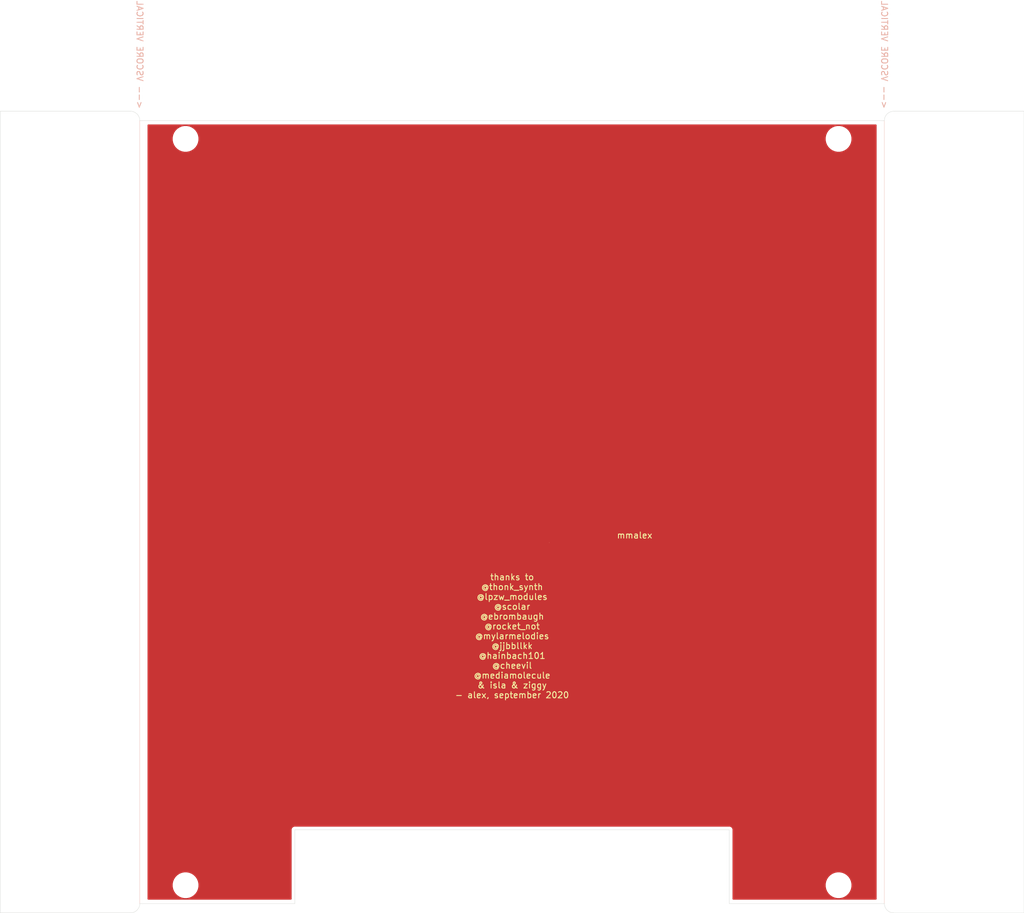
<source format=kicad_pcb>
(kicad_pcb (version 20171130) (host pcbnew "(5.1.6)-1")

  (general
    (thickness 1.6)
    (drawings 22)
    (tracks 0)
    (zones 0)
    (modules 14)
    (nets 1)
  )

  (page A4)
  (layers
    (0 F.Cu signal)
    (31 B.Cu signal)
    (32 B.Adhes user)
    (33 F.Adhes user)
    (34 B.Paste user)
    (35 F.Paste user)
    (36 B.SilkS user)
    (37 F.SilkS user)
    (38 B.Mask user)
    (39 F.Mask user)
    (40 Dwgs.User user)
    (41 Cmts.User user)
    (42 Eco1.User user)
    (43 Eco2.User user)
    (44 Edge.Cuts user)
    (45 Margin user)
    (46 B.CrtYd user)
    (47 F.CrtYd user)
    (48 B.Fab user hide)
    (49 F.Fab user hide)
  )

  (setup
    (last_trace_width 0.1524)
    (trace_clearance 0.1524)
    (zone_clearance 0.508)
    (zone_45_only no)
    (trace_min 0.1524)
    (via_size 0.8)
    (via_drill 0.4)
    (via_min_size 0.4)
    (via_min_drill 0.3)
    (uvia_size 0.3)
    (uvia_drill 0.1)
    (uvias_allowed no)
    (uvia_min_size 0.2)
    (uvia_min_drill 0.1)
    (edge_width 0.05)
    (segment_width 0.2)
    (pcb_text_width 0.3)
    (pcb_text_size 1.5 1.5)
    (mod_edge_width 0.2032)
    (mod_text_size 1 1)
    (mod_text_width 0.15)
    (pad_size 1.8 1.8)
    (pad_drill 1.8)
    (pad_to_mask_clearance 0.051)
    (solder_mask_min_width 0.25)
    (aux_axis_origin 0 0)
    (visible_elements 7FFFFFFF)
    (pcbplotparams
      (layerselection 0x010fc_ffffffff)
      (usegerberextensions false)
      (usegerberattributes false)
      (usegerberadvancedattributes false)
      (creategerberjobfile false)
      (excludeedgelayer true)
      (linewidth 0.100000)
      (plotframeref false)
      (viasonmask false)
      (mode 1)
      (useauxorigin false)
      (hpglpennumber 1)
      (hpglpenspeed 20)
      (hpglpendiameter 15.000000)
      (psnegative false)
      (psa4output false)
      (plotreference true)
      (plotvalue true)
      (plotinvisibletext false)
      (padsonsilk false)
      (subtractmaskfromsilk false)
      (outputformat 1)
      (mirror false)
      (drillshape 0)
      (scaleselection 1)
      (outputdirectory "gerbers_base/"))
  )

  (net 0 "")

  (net_class Default "This is the default net class."
    (clearance 0.1524)
    (trace_width 0.1524)
    (via_dia 0.8)
    (via_drill 0.4)
    (uvia_dia 0.3)
    (uvia_drill 0.1)
  )

  (module plinky:plinky_no_underline (layer F.Cu) (tedit 5F692570) (tstamp 5E9C2B62)
    (at 76.2 80.391)
    (fp_text reference LOGO (at 0 0) (layer F.SilkS) hide
      (effects (font (size 1.524 1.524) (thickness 0.3)))
    )
    (fp_text value LOGO (at 0.75 0) (layer F.SilkS) hide
      (effects (font (size 1.524 1.524) (thickness 0.3)))
    )
    (fp_poly (pts (xy -3.586126 -5.718407) (xy -3.51034 -5.676701) (xy -3.477672 -5.609164) (xy -3.471333 -5.505204)
      (xy -3.494641 -5.378446) (xy -3.555198 -5.224323) (xy -3.638951 -5.068007) (xy -3.731849 -4.93467)
      (xy -3.819841 -4.849484) (xy -3.8446 -4.83653) (xy -3.938453 -4.782425) (xy -3.971774 -4.754286)
      (xy -4.074361 -4.705188) (xy -4.197722 -4.711565) (xy -4.293319 -4.765034) (xy -4.332632 -4.81664)
      (xy -4.334202 -4.876723) (xy -4.298166 -4.977874) (xy -4.29426 -4.987284) (xy -4.235114 -5.112569)
      (xy -4.174695 -5.216667) (xy -4.166569 -5.228167) (xy -4.106029 -5.314904) (xy -4.02582 -5.435649)
      (xy -3.99052 -5.490306) (xy -3.872787 -5.645621) (xy -3.761618 -5.725022) (xy -3.645107 -5.735223)
      (xy -3.586126 -5.718407)) (layer F.Mask) (width 0.01))
    (fp_poly (pts (xy -5.476887 -5.319482) (xy -5.342797 -5.282648) (xy -5.230033 -5.233579) (xy -5.165492 -5.182356)
      (xy -5.159375 -5.166827) (xy -5.152738 -5.122388) (xy -5.139639 -5.068891) (xy -5.112916 -4.979971)
      (xy -5.081551 -4.880261) (xy -5.049594 -4.758738) (xy -5.051811 -4.684157) (xy -5.080803 -4.634533)
      (xy -5.206113 -4.535757) (xy -5.347189 -4.516225) (xy -5.355166 -4.517551) (xy -5.506443 -4.549807)
      (xy -5.600432 -4.589259) (xy -5.663921 -4.653073) (xy -5.72013 -4.751389) (xy -5.808034 -4.940233)
      (xy -5.849078 -5.07714) (xy -5.846389 -5.178505) (xy -5.814419 -5.245644) (xy -5.719627 -5.317362)
      (xy -5.605406 -5.334) (xy -5.476887 -5.319482)) (layer F.Mask) (width 0.01))
    (fp_poly (pts (xy -1.724542 -4.68666) (xy -1.620462 -4.637799) (xy -1.568772 -4.551112) (xy -1.566333 -4.523264)
      (xy -1.598069 -4.446123) (xy -1.682402 -4.335158) (xy -1.803025 -4.205741) (xy -1.943626 -4.073245)
      (xy -2.087898 -3.95304) (xy -2.219529 -3.860499) (xy -2.321982 -3.811058) (xy -2.45481 -3.778045)
      (xy -2.535793 -3.771686) (xy -2.593082 -3.790898) (xy -2.607746 -3.800065) (xy -2.690855 -3.891091)
      (xy -2.725121 -4.002484) (xy -2.700634 -4.099027) (xy -2.624048 -4.184529) (xy -2.499364 -4.302162)
      (xy -2.346735 -4.433955) (xy -2.186315 -4.561937) (xy -2.155004 -4.585543) (xy -2.011424 -4.662607)
      (xy -1.8614 -4.695621) (xy -1.724542 -4.68666)) (layer F.Mask) (width 0.01))
    (fp_poly (pts (xy -6.641036 -4.238867) (xy -6.559576 -4.206047) (xy -6.509783 -4.174422) (xy -6.411382 -4.08162)
      (xy -6.308097 -3.944653) (xy -6.217346 -3.791793) (xy -6.156545 -3.651312) (xy -6.141146 -3.576003)
      (xy -6.17154 -3.43565) (xy -6.268891 -3.342768) (xy -6.426507 -3.303062) (xy -6.462467 -3.302)
      (xy -6.599864 -3.313296) (xy -6.699721 -3.36009) (xy -6.78815 -3.441512) (xy -6.887599 -3.549087)
      (xy -6.972901 -3.647142) (xy -6.991329 -3.669861) (xy -7.067833 -3.751827) (xy -7.122524 -3.794933)
      (xy -7.187786 -3.875347) (xy -7.215496 -3.991481) (xy -7.197193 -4.099544) (xy -7.185172 -4.119204)
      (xy -7.11382 -4.165014) (xy -6.985846 -4.206368) (xy -6.887114 -4.225887) (xy -6.739245 -4.243984)
      (xy -6.641036 -4.238867)) (layer F.Mask) (width 0.01))
    (fp_poly (pts (xy -2.06774 -2.42716) (xy -1.885482 -2.395491) (xy -1.7169 -2.347986) (xy -1.584578 -2.289916)
      (xy -1.511101 -2.226555) (xy -1.506718 -2.217358) (xy -1.509032 -2.11457) (xy -1.577023 -2.002473)
      (xy -1.660747 -1.928338) (xy -1.784067 -1.882096) (xy -1.953266 -1.869478) (xy -2.136197 -1.89124)
      (xy -2.2225 -1.915158) (xy -2.399775 -1.982747) (xy -2.50694 -2.042033) (xy -2.557091 -2.100377)
      (xy -2.558622 -2.104134) (xy -2.555721 -2.193127) (xy -2.508591 -2.30047) (xy -2.437445 -2.389598)
      (xy -2.382945 -2.421901) (xy -2.241089 -2.437721) (xy -2.06774 -2.42716)) (layer F.Mask) (width 0.01))
    (fp_poly (pts (xy -6.60181 -2.264244) (xy -6.489572 -2.211173) (xy -6.411313 -2.142943) (xy -6.392333 -2.095017)
      (xy -6.422817 -2.03684) (xy -6.497654 -1.953035) (xy -6.591928 -1.866656) (xy -6.68072 -1.800754)
      (xy -6.735013 -1.778) (xy -6.790074 -1.753988) (xy -6.887071 -1.691961) (xy -6.97246 -1.629834)
      (xy -7.102985 -1.5402) (xy -7.215429 -1.495843) (xy -7.351471 -1.48206) (xy -7.392448 -1.481667)
      (xy -7.525085 -1.485375) (xy -7.596951 -1.503355) (xy -7.631845 -1.545894) (xy -7.645874 -1.591186)
      (xy -7.641597 -1.718416) (xy -7.589266 -1.813436) (xy -7.5045 -1.893258) (xy -7.366479 -1.989117)
      (xy -7.198241 -2.088525) (xy -7.022827 -2.178992) (xy -6.863273 -2.248031) (xy -6.74262 -2.283153)
      (xy -6.718927 -2.285208) (xy -6.60181 -2.264244)) (layer F.Mask) (width 0.01))
    (fp_poly (pts (xy -4.212166 -3.457998) (xy -4.000643 -3.388619) (xy -3.785606 -3.257929) (xy -3.589677 -3.085148)
      (xy -3.435479 -2.889497) (xy -3.358481 -2.732673) (xy -3.334078 -2.615718) (xy -3.319026 -2.450581)
      (xy -3.316547 -2.277761) (xy -3.356179 -1.953098) (xy -3.45582 -1.687742) (xy -3.615794 -1.480947)
      (xy -3.691647 -1.418167) (xy -3.931283 -1.250883) (xy -4.128524 -1.136025) (xy -4.301993 -1.067324)
      (xy -4.470313 -1.038511) (xy -4.652108 -1.043316) (xy -4.7625 -1.057692) (xy -4.947693 -1.105008)
      (xy -5.131756 -1.183231) (xy -5.294557 -1.280261) (xy -5.415964 -1.383997) (xy -5.475845 -1.482339)
      (xy -5.476898 -1.487075) (xy -5.527975 -1.883134) (xy -5.521492 -2.233716) (xy -4.897618 -2.233716)
      (xy -4.859893 -2.125024) (xy -4.834364 -2.085869) (xy -4.766006 -1.963127) (xy -4.710151 -1.819689)
      (xy -4.705834 -1.804744) (xy -4.639263 -1.636492) (xy -4.5541 -1.535245) (xy -4.457717 -1.509232)
      (xy -4.443702 -1.512074) (xy -4.371497 -1.553753) (xy -4.270621 -1.63892) (xy -4.194738 -1.715348)
      (xy -4.05492 -1.923931) (xy -3.986791 -2.155801) (xy -3.988349 -2.394025) (xy -4.057587 -2.621674)
      (xy -4.192503 -2.821817) (xy -4.340533 -2.946955) (xy -4.414788 -2.986753) (xy -4.476557 -2.98122)
      (xy -4.564359 -2.926438) (xy -4.568044 -2.923818) (xy -4.661598 -2.838026) (xy -4.720643 -2.749271)
      (xy -4.723248 -2.741958) (xy -4.770753 -2.642678) (xy -4.806556 -2.595731) (xy -4.848162 -2.520813)
      (xy -4.883314 -2.40312) (xy -4.889197 -2.372458) (xy -4.897618 -2.233716) (xy -5.521492 -2.233716)
      (xy -5.521101 -2.25481) (xy -5.459308 -2.593281) (xy -5.345625 -2.889728) (xy -5.183085 -3.13533)
      (xy -4.974716 -3.321267) (xy -4.817811 -3.405256) (xy -4.636835 -3.45335) (xy -4.418301 -3.471803)
      (xy -4.212166 -3.457998)) (layer F.Mask) (width 0.01))
    (fp_poly (pts (xy -5.84494 -1.193879) (xy -5.725824 -1.124486) (xy -5.698749 -1.090219) (xy -5.678541 -1.032323)
      (xy -5.693598 -0.964195) (xy -5.751006 -0.875433) (xy -5.85785 -0.755637) (xy -6.021215 -0.594407)
      (xy -6.064695 -0.553053) (xy -6.204904 -0.423602) (xy -6.307297 -0.342037) (xy -6.393555 -0.296007)
      (xy -6.485361 -0.273162) (xy -6.572762 -0.26366) (xy -6.715805 -0.258627) (xy -6.804631 -0.27741)
      (xy -6.867819 -0.326132) (xy -6.86865 -0.327047) (xy -6.928559 -0.419804) (xy -6.92921 -0.51308)
      (xy -6.866168 -0.621295) (xy -6.736183 -0.757753) (xy -6.575601 -0.906899) (xy -6.456637 -1.009678)
      (xy -6.361024 -1.079572) (xy -6.270495 -1.130065) (xy -6.176783 -1.17066) (xy -6.003038 -1.210579)
      (xy -5.84494 -1.193879)) (layer F.Mask) (width 0.01))
    (fp_poly (pts (xy -2.746329 -0.862843) (xy -2.553473 -0.796266) (xy -2.371258 -0.700688) (xy -2.221001 -0.588171)
      (xy -2.124016 -0.470777) (xy -2.103995 -0.421783) (xy -2.115673 -0.314681) (xy -2.193315 -0.213571)
      (xy -2.31897 -0.135691) (xy -2.4365 -0.102498) (xy -2.532558 -0.093295) (xy -2.609768 -0.107386)
      (xy -2.693587 -0.155508) (xy -2.809469 -0.248398) (xy -2.836136 -0.271076) (xy -2.95233 -0.367176)
      (xy -3.043294 -0.436716) (xy -3.090445 -0.46554) (xy -3.091591 -0.465667) (xy -3.127397 -0.499593)
      (xy -3.165983 -0.568616) (xy -3.177556 -0.682958) (xy -3.125 -0.790696) (xy -3.02684 -0.866883)
      (xy -2.928511 -0.888358) (xy -2.746329 -0.862843)) (layer F.Mask) (width 0.01))
    (fp_poly (pts (xy -4.799992 0.20369) (xy -4.676895 0.26289) (xy -4.593289 0.357015) (xy -4.571542 0.443324)
      (xy -4.558807 0.532597) (xy -4.526882 0.664169) (xy -4.504255 0.740833) (xy -4.461202 0.909532)
      (xy -4.431667 1.084456) (xy -4.426253 1.143) (xy -4.416849 1.274924) (xy -4.401708 1.457527)
      (xy -4.383654 1.657254) (xy -4.378187 1.7145) (xy -4.354376 2.033476) (xy -4.345121 2.335173)
      (xy -4.349953 2.604812) (xy -4.368399 2.827616) (xy -4.39999 2.988809) (xy -4.420479 3.041512)
      (xy -4.468384 3.129676) (xy -4.497091 3.174175) (xy -4.499004 3.175458) (xy -4.5413 3.186822)
      (xy -4.637898 3.21515) (xy -4.699 3.233491) (xy -4.863635 3.266267) (xy -4.98411 3.255801)
      (xy -4.98475 3.255564) (xy -5.058937 3.216071) (xy -5.08193 3.186947) (xy -5.083008 3.136996)
      (xy -5.085003 3.014461) (xy -5.087736 2.831418) (xy -5.091031 2.599941) (xy -5.094711 2.332107)
      (xy -5.097311 2.137833) (xy -5.102645 1.823992) (xy -5.110077 1.512121) (xy -5.119003 1.220879)
      (xy -5.128822 0.968923) (xy -5.138933 0.774911) (xy -5.143242 0.713681) (xy -5.175722 0.305528)
      (xy -5.064669 0.232764) (xy -4.937583 0.19009) (xy -4.799992 0.20369)) (layer F.Mask) (width 0.01))
    (fp_poly (pts (xy 14.414821 -4.444475) (xy 14.513007 -4.368989) (xy 14.776565 -4.091765) (xy 15.043374 -3.808225)
      (xy 15.30309 -3.529578) (xy 15.545371 -3.267031) (xy 15.759873 -3.031792) (xy 15.936255 -2.835068)
      (xy 16.06409 -2.688167) (xy 16.260472 -2.461242) (xy 16.410315 -2.299715) (xy 16.516768 -2.20043)
      (xy 16.582981 -2.160231) (xy 16.59209 -2.159) (xy 16.632973 -2.193428) (xy 16.6515 -2.233084)
      (xy 16.697889 -2.338245) (xy 16.773637 -2.478382) (xy 16.858971 -2.619514) (xy 16.934119 -2.727661)
      (xy 16.950997 -2.747796) (xy 17.003571 -2.819117) (xy 17.018 -2.856474) (xy 17.042807 -2.906341)
      (xy 17.106418 -2.996758) (xy 17.159918 -3.064807) (xy 17.260213 -3.198729) (xy 17.349299 -3.335985)
      (xy 17.377492 -3.386667) (xy 17.432494 -3.486793) (xy 17.474211 -3.549662) (xy 17.480454 -3.556)
      (xy 17.516532 -3.599707) (xy 17.584239 -3.693351) (xy 17.664394 -3.81) (xy 17.799453 -4.006512)
      (xy 17.902304 -4.141843) (xy 17.98513 -4.22691) (xy 18.060118 -4.272628) (xy 18.139451 -4.289911)
      (xy 18.201344 -4.291012) (xy 18.379739 -4.25931) (xy 18.512859 -4.182704) (xy 18.589001 -4.073441)
      (xy 18.596459 -3.943766) (xy 18.580174 -3.894667) (xy 18.54986 -3.814756) (xy 18.509456 -3.696063)
      (xy 18.499339 -3.664717) (xy 18.446037 -3.535929) (xy 18.382321 -3.430872) (xy 18.370193 -3.416592)
      (xy 18.312805 -3.338225) (xy 18.235299 -3.211056) (xy 18.154388 -3.062518) (xy 18.153876 -3.06152)
      (xy 18.073288 -2.913291) (xy 17.996327 -2.786567) (xy 17.93954 -2.708575) (xy 17.939158 -2.708165)
      (xy 17.881819 -2.623805) (xy 17.864667 -2.565436) (xy 17.842443 -2.494509) (xy 17.826934 -2.479344)
      (xy 17.794557 -2.434118) (xy 17.7344 -2.328304) (xy 17.65509 -2.177755) (xy 17.566368 -2.000596)
      (xy 17.476125 -1.816854) (xy 17.397085 -1.65721) (xy 17.338001 -1.539257) (xy 17.308228 -1.481667)
      (xy 17.242781 -1.358449) (xy 17.160101 -1.194783) (xy 17.067712 -1.006551) (xy 16.973141 -0.809634)
      (xy 16.883911 -0.619915) (xy 16.807548 -0.453275) (xy 16.751576 -0.325596) (xy 16.72352 -0.252761)
      (xy 16.721667 -0.243691) (xy 16.706773 -0.185238) (xy 16.666252 -0.064737) (xy 16.606341 0.101421)
      (xy 16.533281 0.296843) (xy 16.45331 0.505136) (xy 16.372667 0.70991) (xy 16.29759 0.894771)
      (xy 16.23432 1.043327) (xy 16.218053 1.0795) (xy 16.121619 1.291179) (xy 16.050214 1.451555)
      (xy 15.992871 1.585956) (xy 15.938624 1.71971) (xy 15.915612 1.778) (xy 15.860991 1.909044)
      (xy 15.78149 2.089974) (xy 15.687853 2.297357) (xy 15.590824 2.507759) (xy 15.501147 2.697748)
      (xy 15.429568 2.84389) (xy 15.406355 2.888675) (xy 15.372632 2.980037) (xy 15.367 3.020549)
      (xy 15.342415 3.092828) (xy 15.2832 3.185446) (xy 15.282334 3.186551) (xy 15.222472 3.283289)
      (xy 15.197667 3.364258) (xy 15.17982 3.437945) (xy 15.133502 3.557951) (xy 15.081738 3.671088)
      (xy 14.951158 3.869241) (xy 14.785309 3.995122) (xy 14.577385 4.051752) (xy 14.320581 4.042154)
      (xy 14.266334 4.033208) (xy 14.123755 3.977117) (xy 14.051296 3.873696) (xy 14.049088 3.723263)
      (xy 14.086194 3.598333) (xy 14.11218 3.530139) (xy 14.118167 3.513666) (xy 14.22843 3.23759)
      (xy 14.347548 3.015433) (xy 14.353885 3.005666) (xy 14.416421 2.885055) (xy 14.450665 2.786611)
      (xy 14.476936 2.712634) (xy 14.531405 2.58087) (xy 14.605728 2.409904) (xy 14.691562 2.218325)
      (xy 14.780564 2.02472) (xy 14.864389 1.847676) (xy 14.934695 1.70578) (xy 14.943102 1.689552)
      (xy 14.974446 1.620059) (xy 15.032102 1.482916) (xy 15.11152 1.289315) (xy 15.20815 1.050448)
      (xy 15.317443 0.777508) (xy 15.434847 0.481686) (xy 15.457886 0.423333) (xy 15.521865 0.261998)
      (xy 15.577686 0.122743) (xy 15.614992 0.031371) (xy 15.619298 0.021166) (xy 15.647448 -0.047842)
      (xy 15.699727 -0.178754) (xy 15.76941 -0.354629) (xy 15.849769 -0.558527) (xy 15.87583 -0.624865)
      (xy 15.957385 -0.827766) (xy 16.030768 -1.001382) (xy 16.089429 -1.130869) (xy 16.12682 -1.201384)
      (xy 16.133767 -1.209447) (xy 16.171166 -1.268519) (xy 16.151488 -1.331209) (xy 16.09725 -1.355305)
      (xy 15.980955 -1.375297) (xy 15.835235 -1.423265) (xy 15.703158 -1.483446) (xy 15.646795 -1.520159)
      (xy 15.571012 -1.603307) (xy 15.525461 -1.671664) (xy 15.451956 -1.787352) (xy 15.345278 -1.936852)
      (xy 15.227846 -2.090118) (xy 15.12208 -2.217106) (xy 15.101839 -2.239354) (xy 15.007978 -2.347662)
      (xy 14.914481 -2.466354) (xy 14.913863 -2.46719) (xy 14.850092 -2.543869) (xy 14.740793 -2.665391)
      (xy 14.600043 -2.816468) (xy 14.441922 -2.981816) (xy 14.403037 -3.021837) (xy 14.140685 -3.296025)
      (xy 13.91431 -3.542835) (xy 13.729558 -3.755628) (xy 13.592077 -3.927768) (xy 13.507515 -4.052616)
      (xy 13.484861 -4.100997) (xy 13.485151 -4.224851) (xy 13.559879 -4.334127) (xy 13.580264 -4.346223)
      (xy 14.322778 -4.346223) (xy 14.328589 -4.321056) (xy 14.351 -4.318) (xy 14.385845 -4.33349)
      (xy 14.379222 -4.346223) (xy 14.328983 -4.351289) (xy 14.322778 -4.346223) (xy 13.580264 -4.346223)
      (xy 13.698849 -4.416586) (xy 13.765697 -4.438162) (xy 14.037521 -4.492598) (xy 14.250905 -4.494979)
      (xy 14.414821 -4.444475)) (layer F.Mask) (width 0.01))
    (fp_poly (pts (xy 2.828936 -1.412639) (xy 3.149657 -1.297033) (xy 3.363932 -1.162493) (xy 3.42241 -1.113819)
      (xy 3.475571 -1.056774) (xy 3.529967 -0.979931) (xy 3.592149 -0.871865) (xy 3.668669 -0.721148)
      (xy 3.76608 -0.516354) (xy 3.890932 -0.246058) (xy 3.896997 -0.232834) (xy 3.933138 -0.122759)
      (xy 3.972219 0.047287) (xy 4.00924 0.252982) (xy 4.036187 0.4445) (xy 4.067417 0.678299)
      (xy 4.103879 0.914414) (xy 4.140506 1.121628) (xy 4.16568 1.242055) (xy 4.202618 1.419739)
      (xy 4.211253 1.530847) (xy 4.19006 1.589121) (xy 4.137514 1.608304) (xy 4.125002 1.608666)
      (xy 4.070331 1.635029) (xy 4.064 1.655937) (xy 4.097165 1.685743) (xy 4.142793 1.682603)
      (xy 4.195539 1.685199) (xy 4.234101 1.737779) (xy 4.270924 1.85733) (xy 4.270987 1.857582)
      (xy 4.299948 2.005998) (xy 4.325268 2.193961) (xy 4.339159 2.3495) (xy 4.351564 2.523677)
      (xy 4.369365 2.746527) (xy 4.389658 2.982466) (xy 4.400702 3.103568) (xy 4.418483 3.313765)
      (xy 4.424762 3.458097) (xy 4.418795 3.554679) (xy 4.399839 3.621625) (xy 4.377797 3.661543)
      (xy 4.233809 3.809682) (xy 4.032697 3.898742) (xy 3.903353 3.922633) (xy 3.78232 3.93125)
      (xy 3.693015 3.917228) (xy 3.63008 3.869906) (xy 3.588159 3.778621) (xy 3.561895 3.63271)
      (xy 3.545932 3.421511) (xy 3.536799 3.19299) (xy 3.526172 2.914529) (xy 3.513041 2.63698)
      (xy 3.498416 2.376735) (xy 3.483308 2.150187) (xy 3.468728 1.973727) (xy 3.455685 1.863747)
      (xy 3.454424 1.856605) (xy 3.434106 1.770694) (xy 3.392576 1.613851) (xy 3.332586 1.396352)
      (xy 3.303049 1.291166) (xy 3.278742 1.177875) (xy 3.254286 1.021406) (xy 3.240877 0.910166)
      (xy 3.204879 0.638409) (xy 3.152865 0.400603) (xy 3.075705 0.165529) (xy 2.964269 -0.098032)
      (xy 2.915267 -0.203235) (xy 2.803012 -0.43401) (xy 2.751017 -0.529167) (xy 3.429 -0.529167)
      (xy 3.450167 -0.508) (xy 3.471334 -0.529167) (xy 3.450167 -0.550334) (xy 3.429 -0.529167)
      (xy 2.751017 -0.529167) (xy 2.713321 -0.598152) (xy 2.635954 -0.707081) (xy 2.560671 -0.772218)
      (xy 2.47723 -0.804981) (xy 2.37539 -0.816792) (xy 2.364674 -0.817228) (xy 2.232147 -0.809134)
      (xy 2.109172 -0.765629) (xy 1.9685 -0.680144) (xy 1.777715 -0.527768) (xy 1.594845 -0.341692)
      (xy 1.438144 -0.143805) (xy 1.325864 0.044006) (xy 1.290224 0.133217) (xy 1.253612 0.22804)
      (xy 1.227214 0.275166) (xy 1.196598 0.341406) (xy 1.152921 0.468144) (xy 1.102529 0.633467)
      (xy 1.051767 0.81546) (xy 1.006982 0.992208) (xy 0.974518 1.141798) (xy 0.971509 1.158245)
      (xy 0.932339 1.311584) (xy 0.877364 1.445867) (xy 0.817604 1.538522) (xy 0.771608 1.567679)
      (xy 0.717523 1.591745) (xy 0.656167 1.632999) (xy 0.629537 1.654614) (xy 0.608587 1.68104)
      (xy 0.592483 1.722084) (xy 0.58039 1.787552) (xy 0.571475 1.887252) (xy 0.564903 2.030988)
      (xy 0.559839 2.22857) (xy 0.55545 2.489801) (xy 0.5509 2.82449) (xy 0.550191 2.878666)
      (xy 0.544226 3.180472) (xy 0.533953 3.410452) (xy 0.517388 3.581414) (xy 0.492545 3.706167)
      (xy 0.457439 3.797519) (xy 0.410086 3.868279) (xy 0.393984 3.886555) (xy 0.279145 3.97596)
      (xy 0.127736 4.049993) (xy -0.03007 4.097925) (xy -0.164099 4.109028) (xy -0.206367 4.100009)
      (xy -0.278573 4.032509) (xy -0.295046 3.911128) (xy -0.255617 3.750754) (xy -0.237253 3.651546)
      (xy -0.259891 3.615858) (xy -0.274616 3.569908) (xy -0.28427 3.451563) (xy -0.288902 3.25805)
      (xy -0.288561 2.986592) (xy -0.283298 2.634415) (xy -0.280086 2.481943) (xy -0.268435 1.990742)
      (xy -0.256251 1.530076) (xy -0.243802 1.107423) (xy -0.231354 0.730263) (xy -0.219175 0.406073)
      (xy -0.20753 0.142334) (xy -0.196687 -0.053475) (xy -0.186912 -0.173876) (xy -0.184787 -0.1905)
      (xy -0.166597 -0.320163) (xy -0.146645 -0.469403) (xy -0.144386 -0.486834) (xy -0.104932 -0.72244)
      (xy -0.049973 -0.887964) (xy 0.031965 -0.997891) (xy 0.152357 -1.066711) (xy 0.322678 -1.108909)
      (xy 0.352089 -1.113661) (xy 0.537874 -1.112955) (xy 0.675606 -1.049277) (xy 0.756436 -0.929098)
      (xy 0.782016 -0.841041) (xy 0.785326 -0.797349) (xy 0.770524 -0.750377) (xy 0.749906 -0.65347)
      (xy 0.7465 -0.635) (xy 0.719769 -0.486834) (xy 1.025261 -0.776434) (xy 1.289409 -1.014547)
      (xy 1.52113 -1.191848) (xy 1.737442 -1.316252) (xy 1.955366 -1.395675) (xy 2.191923 -1.438029)
      (xy 2.464133 -1.451231) (xy 2.4765 -1.451265) (xy 2.828936 -1.412639)) (layer F.Mask) (width 0.01))
    (fp_poly (pts (xy 7.611667 -4.377356) (xy 7.701591 -4.330763) (xy 7.765713 -4.230099) (xy 7.816103 -4.061981)
      (xy 7.829613 -3.999949) (xy 7.850682 -3.891138) (xy 7.868185 -3.780623) (xy 7.882694 -3.658241)
      (xy 7.89478 -3.513829) (xy 7.905015 -3.337223) (xy 7.913973 -3.11826) (xy 7.922224 -2.846777)
      (xy 7.93034 -2.51261) (xy 7.938894 -2.105597) (xy 7.940362 -2.032) (xy 7.950088 -1.606943)
      (xy 7.960822 -1.264169) (xy 7.972693 -1.0013) (xy 7.985831 -0.815957) (xy 8.000365 -0.705763)
      (xy 8.01441 -0.669067) (xy 8.079262 -0.669294) (xy 8.175738 -0.708468) (xy 8.190251 -0.716849)
      (xy 8.319137 -0.781902) (xy 8.467434 -0.84042) (xy 8.487834 -0.84705) (xy 8.605428 -0.888811)
      (xy 8.689954 -0.927627) (xy 8.703155 -0.936284) (xy 8.770069 -0.972466) (xy 8.881005 -1.018567)
      (xy 8.919587 -1.03267) (xy 9.025741 -1.075633) (xy 9.184887 -1.146742) (xy 9.374573 -1.235719)
      (xy 9.552184 -1.322253) (xy 9.743229 -1.418476) (xy 9.917279 -1.50983) (xy 10.092194 -1.606405)
      (xy 10.285834 -1.718297) (xy 10.51606 -1.855599) (xy 10.788139 -2.020721) (xy 10.957573 -2.093743)
      (xy 11.126535 -2.115388) (xy 11.270872 -2.085243) (xy 11.346856 -2.030245) (xy 11.391317 -1.968872)
      (xy 11.398896 -1.908109) (xy 11.370631 -1.814218) (xy 11.35475 -1.773103) (xy 11.269211 -1.628583)
      (xy 11.122604 -1.462554) (xy 11.028073 -1.374454) (xy 10.948338 -1.305743) (xy 10.871819 -1.244437)
      (xy 10.789775 -1.185862) (xy 10.693466 -1.12534) (xy 10.574151 -1.058195) (xy 10.423091 -0.979752)
      (xy 10.231545 -0.885334) (xy 9.990772 -0.770265) (xy 9.692032 -0.62987) (xy 9.326586 -0.459471)
      (xy 9.259347 -0.428184) (xy 9.096737 -0.347397) (xy 8.964789 -0.272221) (xy 8.881818 -0.21359)
      (xy 8.863494 -0.19185) (xy 8.876506 -0.130838) (xy 8.932365 -0.017604) (xy 9.021641 0.133469)
      (xy 9.134906 0.308003) (xy 9.26273 0.491616) (xy 9.395686 0.669927) (xy 9.524343 0.828557)
      (xy 9.557395 0.866457) (xy 9.634525 0.962487) (xy 9.737312 1.102627) (xy 9.845879 1.259609)
      (xy 9.865983 1.28979) (xy 9.993076 1.481944) (xy 10.135264 1.696939) (xy 10.258855 1.883833)
      (xy 10.380504 2.062407) (xy 10.514068 2.250218) (xy 10.631424 2.407755) (xy 10.635486 2.413)
      (xy 10.737578 2.550212) (xy 10.82556 2.678338) (xy 10.876237 2.76225) (xy 10.928218 2.843901)
      (xy 10.969891 2.878654) (xy 10.9704 2.878666) (xy 11.010607 2.9125) (xy 11.064672 2.995492)
      (xy 11.0729 3.010951) (xy 11.115317 3.10822) (xy 11.113088 3.182678) (xy 11.069477 3.275534)
      (xy 11.000753 3.359696) (xy 10.894697 3.447155) (xy 10.775145 3.523063) (xy 10.665931 3.572576)
      (xy 10.590892 3.580846) (xy 10.584279 3.57775) (xy 10.531721 3.584246) (xy 10.52026 3.597642)
      (xy 10.450028 3.639914) (xy 10.341367 3.63713) (xy 10.223892 3.594616) (xy 10.136812 3.528651)
      (xy 10.067913 3.445171) (xy 10.033796 3.385919) (xy 10.033 3.380603) (xy 10.009756 3.330859)
      (xy 9.948527 3.233495) (xy 9.862068 3.108671) (xy 9.853084 3.096225) (xy 9.753616 2.957995)
      (xy 9.666087 2.834737) (xy 9.609667 2.753454) (xy 9.581593 2.712192) (xy 9.548228 2.664572)
      (xy 9.50297 2.601582) (xy 9.439217 2.514212) (xy 9.350366 2.393451) (xy 9.237852 2.241168)
      (xy 10.287 2.241168) (xy 10.31773 2.284277) (xy 10.329334 2.286) (xy 10.370566 2.271556)
      (xy 10.371667 2.267331) (xy 10.342002 2.231188) (xy 10.329334 2.2225) (xy 10.290324 2.225856)
      (xy 10.287 2.241168) (xy 9.237852 2.241168) (xy 9.229813 2.230288) (xy 9.070958 2.015712)
      (xy 8.903089 1.789144) (xy 8.737499 1.563812) (xy 8.565889 1.327072) (xy 8.405154 1.102431)
      (xy 8.272185 0.913397) (xy 8.233834 0.857811) (xy 7.979834 0.486833) (xy 7.948433 0.867833)
      (xy 7.939622 0.992516) (xy 7.933793 1.124331) (xy 7.931198 1.271912) (xy 7.932087 1.443895)
      (xy 7.936712 1.648916) (xy 7.945323 1.895611) (xy 7.958172 2.192615) (xy 7.975508 2.548565)
      (xy 7.997584 2.972095) (xy 8.023462 3.450166) (xy 8.04897 3.915833) (xy 7.901518 4.053523)
      (xy 7.786336 4.142873) (xy 7.657498 4.196018) (xy 7.498771 4.226127) (xy 7.350288 4.242526)
      (xy 7.256084 4.238218) (xy 7.187384 4.208938) (xy 7.141155 4.173104) (xy 7.101752 4.135781)
      (xy 7.073873 4.093051) (xy 7.055363 4.03047) (xy 7.044068 3.933595) (xy 7.037831 3.787981)
      (xy 7.034498 3.579186) (xy 7.033278 3.450166) (xy 7.02869 3.191752) (xy 7.020034 2.930569)
      (xy 7.008459 2.693728) (xy 6.995115 2.508342) (xy 6.991987 2.4765) (xy 6.975249 2.257535)
      (xy 6.966518 2.017131) (xy 6.96742 1.820333) (xy 6.984103 1.319116) (xy 6.997854 0.841627)
      (xy 7.008942 0.371511) (xy 7.017638 -0.107588) (xy 7.024211 -0.612026) (xy 7.02893 -1.158158)
      (xy 7.032066 -1.762339) (xy 7.0327 -1.9685) (xy 7.239 -1.9685) (xy 7.260167 -1.947334)
      (xy 7.281334 -1.9685) (xy 7.260167 -1.989667) (xy 7.239 -1.9685) (xy 7.0327 -1.9685)
      (xy 7.033345 -2.178047) (xy 7.034655 -2.656698) (xy 7.036475 -3.057689) (xy 7.039409 -3.388025)
      (xy 7.044057 -3.654713) (xy 7.051022 -3.864758) (xy 7.060906 -4.025166) (xy 7.074312 -4.142944)
      (xy 7.09184 -4.225097) (xy 7.114094 -4.278632) (xy 7.141675 -4.310554) (xy 7.175186 -4.327869)
      (xy 7.215228 -4.337583) (xy 7.218993 -4.338291) (xy 7.286996 -4.354633) (xy 7.3025 -4.36256)
      (xy 7.340215 -4.370353) (xy 7.435148 -4.379719) (xy 7.483867 -4.383263) (xy 7.611667 -4.377356)) (layer F.Mask) (width 0.01))
    (fp_poly (pts (xy -12.267914 -5.537526) (xy -12.015954 -5.446622) (xy -11.757962 -5.295692) (xy -11.52986 -5.124194)
      (xy -11.411351 -5.029059) (xy -11.298729 -4.93991) (xy -11.288401 -4.931834) (xy -11.212758 -4.862308)
      (xy -11.178135 -4.809879) (xy -11.177957 -4.808167) (xy -11.150582 -4.7491) (xy -11.107789 -4.693795)
      (xy -11.059047 -4.611937) (xy -10.995731 -4.464871) (xy -10.923803 -4.269526) (xy -10.849226 -4.042831)
      (xy -10.777965 -3.801717) (xy -10.730644 -3.623055) (xy -10.683382 -3.339701) (xy -10.686777 -3.050063)
      (xy -10.741808 -2.728125) (xy -10.768444 -2.621696) (xy -10.820286 -2.436045) (xy -10.86013 -2.319989)
      (xy -10.893468 -2.26028) (xy -10.9252 -2.243667) (xy -10.945021 -2.212641) (xy -10.938244 -2.182604)
      (xy -10.940217 -2.106639) (xy -10.973346 -1.971683) (xy -11.031472 -1.794743) (xy -11.108438 -1.592831)
      (xy -11.198088 -1.382956) (xy -11.294264 -1.182127) (xy -11.314553 -1.143) (xy -11.441401 -0.918957)
      (xy -11.577288 -0.718605) (xy -11.74256 -0.514031) (xy -11.903274 -0.335395) (xy -12.002883 -0.241715)
      (xy -12.134293 -0.135944) (xy -12.27727 -0.032223) (xy -12.411582 0.055309) (xy -12.516994 0.11251)
      (xy -12.564908 0.127) (xy -12.623687 0.13811) (xy -12.743341 0.167962) (xy -12.903539 0.211332)
      (xy -13.005027 0.24005) (xy -13.188472 0.29101) (xy -13.326643 0.321242) (xy -13.449893 0.333123)
      (xy -13.58857 0.329029) (xy -13.773028 0.311338) (xy -13.832056 0.304824) (xy -14.125876 0.26208)
      (xy -14.343351 0.205742) (xy -14.492247 0.131878) (xy -14.555432 0.0635) (xy -12.7 0.0635)
      (xy -12.678833 0.084666) (xy -12.657666 0.0635) (xy -12.678833 0.042333) (xy -12.7 0.0635)
      (xy -14.555432 0.0635) (xy -14.58033 0.036557) (xy -14.609374 -0.0635) (xy -12.446 -0.0635)
      (xy -12.424833 -0.042334) (xy -12.403666 -0.0635) (xy -12.424833 -0.084667) (xy -12.446 -0.0635)
      (xy -14.609374 -0.0635) (xy -14.615369 -0.08415) (xy -14.615928 -0.091868) (xy -14.647616 -0.195588)
      (xy -14.714018 -0.250633) (xy -14.732 -0.253373) (xy -14.739825 -0.21384) (xy -14.74668 -0.104901)
      (xy -14.751951 0.058182) (xy -14.755021 0.26015) (xy -14.75543 0.328062) (xy -14.760378 0.698789)
      (xy -14.771899 1.121894) (xy -14.788898 1.565439) (xy -14.810282 1.997484) (xy -14.815921 2.0955)
      (xy -14.817564 2.164676) (xy -14.818935 2.302566) (xy -14.819941 2.493215) (xy -14.820492 2.72067)
      (xy -14.820553 2.902097) (xy -14.821732 3.247519) (xy -14.826306 3.52096) (xy -14.83521 3.735073)
      (xy -14.84938 3.902509) (xy -14.869751 4.035919) (xy -14.897258 4.147954) (xy -14.917189 4.20908)
      (xy -14.992069 4.354516) (xy -15.088355 4.451507) (xy -15.190438 4.491158) (xy -15.282708 4.464576)
      (xy -15.312601 4.434416) (xy -15.34385 4.351347) (xy -15.373191 4.18963) (xy -15.400184 3.955269)
      (xy -15.424384 3.65427) (xy -15.445349 3.292638) (xy -15.462638 2.876379) (xy -15.475806 2.411497)
      (xy -15.480908 2.150818) (xy -15.502652 0.85147) (xy -15.392493 0.741311) (xy -15.317965 0.638486)
      (xy -15.282754 0.534211) (xy -15.282333 0.524459) (xy -15.264702 0.406116) (xy -15.23851 0.335883)
      (xy -15.217381 0.268155) (xy -15.236575 0.254) (xy -15.252449 0.212722) (xy -15.263628 0.092883)
      (xy -15.269835 -0.099529) (xy -15.270793 -0.358525) (xy -15.269814 -0.465675) (xy -15.268689 -0.702775)
      (xy -15.270997 -0.90824) (xy -15.272919 -0.966027) (xy -14.474105 -0.966027) (xy -14.443776 -0.936637)
      (xy -14.435666 -0.931334) (xy -14.371966 -0.894369) (xy -14.352331 -0.905363) (xy -14.351 -0.931334)
      (xy -14.385905 -0.966914) (xy -14.425083 -0.973019) (xy -14.474105 -0.966027) (xy -15.272919 -0.966027)
      (xy -15.276313 -1.068058) (xy -15.284212 -1.168217) (xy -15.291931 -1.195925) (xy -15.312338 -1.240434)
      (xy -15.331151 -1.342933) (xy -15.33961 -1.424318) (xy -15.35369 -1.55627) (xy -15.371006 -1.653186)
      (xy -15.380635 -1.681148) (xy -15.395975 -1.740488) (xy -15.413169 -1.858888) (xy -15.428538 -2.010922)
      (xy -15.428764 -2.013663) (xy -15.454594 -2.310987) (xy -15.478507 -2.541122) (xy -15.5028 -2.721445)
      (xy -15.529767 -2.869327) (xy -15.557029 -2.9845) (xy -15.595795 -3.133889) (xy -15.617712 -3.227993)
      (xy -15.627042 -3.29352) (xy -15.628047 -3.357181) (xy -15.626013 -3.416768) (xy -15.598041 -3.537698)
      (xy -15.581224 -3.56469) (xy -15.129601 -3.56469) (xy -15.115685 -3.472993) (xy -15.097701 -3.425904)
      (xy -15.056549 -3.293857) (xy -15.012477 -3.099773) (xy -14.969291 -2.866016) (xy -14.930794 -2.614949)
      (xy -14.900792 -2.368935) (xy -14.884261 -2.171405) (xy -14.872206 -2.015928) (xy -14.857407 -1.893435)
      (xy -14.842921 -1.828789) (xy -14.841925 -1.826954) (xy -14.787388 -1.793476) (xy -14.685648 -1.763059)
      (xy -14.668967 -1.759715) (xy -14.571085 -1.731287) (xy -14.521752 -1.697256) (xy -14.520333 -1.691416)
      (xy -14.487372 -1.653035) (xy -14.472382 -1.651) (xy -14.387189 -1.611709) (xy -14.30572 -1.505405)
      (xy -14.238778 -1.349448) (xy -14.207313 -1.225177) (xy -14.155333 -1.023488) (xy -14.077142 -0.802096)
      (xy -13.987649 -0.600241) (xy -13.931833 -0.500222) (xy -13.850864 -0.385437) (xy -13.771942 -0.320616)
      (xy -13.66036 -0.282461) (xy -13.583681 -0.266523) (xy -13.422768 -0.245486) (xy -13.269426 -0.240877)
      (xy -13.208 -0.245991) (xy -13.083132 -0.260369) (xy -12.983198 -0.263837) (xy -12.979474 -0.263624)
      (xy -12.876591 -0.278168) (xy -12.757955 -0.33956) (xy -12.613302 -0.454933) (xy -12.43237 -0.631424)
      (xy -12.396067 -0.669279) (xy -12.234506 -0.852205) (xy -12.102331 -1.0367) (xy -11.97891 -1.25363)
      (xy -11.90307 -1.406757) (xy -11.808427 -1.6161) (xy -11.720549 -1.830229) (xy -11.65437 -2.010834)
      (xy -11.557 -2.010834) (xy -11.535833 -1.989667) (xy -11.514666 -2.010834) (xy -11.535833 -2.032)
      (xy -11.557 -2.010834) (xy -11.65437 -2.010834) (xy -11.651255 -2.019334) (xy -11.620481 -2.119544)
      (xy -11.566488 -2.314223) (xy -11.034889 -2.314223) (xy -11.029078 -2.289056) (xy -11.006666 -2.286)
      (xy -10.971821 -2.30149) (xy -10.978444 -2.314223) (xy -11.028684 -2.319289) (xy -11.034889 -2.314223)
      (xy -11.566488 -2.314223) (xy -11.565214 -2.318816) (xy -11.501006 -2.537546) (xy -11.462624 -2.662085)
      (xy -11.405513 -2.897509) (xy -11.396932 -3.105396) (xy -11.400819 -3.148918) (xy -11.426203 -3.288433)
      (xy -11.474537 -3.482663) (xy -11.5385 -3.707835) (xy -11.61077 -3.94018) (xy -11.684024 -4.155924)
      (xy -11.75094 -4.331297) (xy -11.793522 -4.423834) (xy -11.859172 -4.506408) (xy -11.974122 -4.616446)
      (xy -12.116261 -4.73593) (xy -12.263475 -4.846839) (xy -12.393654 -4.931157) (xy -12.452251 -4.960617)
      (xy -12.528286 -5.009716) (xy -12.55 -5.034701) (xy -12.621676 -5.075545) (xy -12.752927 -5.082217)
      (xy -12.926935 -5.057056) (xy -13.126882 -5.002398) (xy -13.320231 -4.927651) (xy -13.418318 -4.887519)
      (xy -13.480076 -4.86856) (xy -13.483167 -4.868334) (xy -13.538474 -4.852494) (xy -13.634179 -4.813828)
      (xy -13.646102 -4.808535) (xy -13.814934 -4.737792) (xy -13.994492 -4.670447) (xy -14.162015 -4.614195)
      (xy -14.294745 -4.576731) (xy -14.365208 -4.565423) (xy -14.421343 -4.544738) (xy -14.422348 -4.513688)
      (xy -14.436279 -4.450672) (xy -14.47398 -4.415002) (xy -14.524425 -4.358061) (xy -14.5973 -4.244624)
      (xy -14.679879 -4.095216) (xy -14.713173 -4.029174) (xy -14.814934 -3.839618) (xy -14.901343 -3.715425)
      (xy -14.964833 -3.664925) (xy -15.083328 -3.621452) (xy -15.129601 -3.56469) (xy -15.581224 -3.56469)
      (xy -15.541508 -3.628435) (xy -15.486998 -3.709473) (xy -15.428388 -3.84058) (xy -15.390168 -3.954432)
      (xy -15.269002 -4.289648) (xy -15.120012 -4.546588) (xy -14.941937 -4.727369) (xy -14.920187 -4.742925)
      (xy -14.812021 -4.813871) (xy -14.73301 -4.859333) (xy -14.709317 -4.868334) (xy -14.661426 -4.893184)
      (xy -14.578411 -4.954828) (xy -14.554946 -4.974167) (xy -14.460806 -5.042799) (xy -14.387224 -5.078544)
      (xy -14.376841 -5.08) (xy -14.312772 -5.097442) (xy -14.200386 -5.14264) (xy -14.094339 -5.19139)
      (xy -13.939768 -5.262138) (xy -13.758687 -5.338983) (xy -13.574198 -5.412815) (xy -13.409403 -5.47452)
      (xy -13.287404 -5.514988) (xy -13.250333 -5.524286) (xy -13.180323 -5.533419) (xy -13.050553 -5.547109)
      (xy -12.885631 -5.562803) (xy -12.836222 -5.567234) (xy -12.534462 -5.575399) (xy -12.267914 -5.537526)) (layer F.Mask) (width 0.01))
    (fp_poly (pts (xy 6.096 4.6355) (xy 6.074834 4.656666) (xy 6.053667 4.6355) (xy 6.074834 4.614333)
      (xy 6.096 4.6355)) (layer F.SilkS) (width 0.01))
    (fp_poly (pts (xy -9.111583 -2.777174) (xy -9.044391 -2.735491) (xy -9.021724 -2.714058) (xy -8.953486 -2.602154)
      (xy -8.952748 -2.528772) (xy -8.971506 -2.388131) (xy -8.981329 -2.179377) (xy -8.982212 -1.91859)
      (xy -8.974148 -1.621853) (xy -8.957132 -1.305246) (xy -8.953221 -1.248834) (xy -8.938464 -1.02972)
      (xy -8.926806 -0.830689) (xy -8.919352 -0.672584) (xy -8.917206 -0.576249) (xy -8.917306 -0.5715)
      (xy -8.927351 -0.246936) (xy -8.939001 0.073068) (xy -8.951682 0.377283) (xy -8.96482 0.654479)
      (xy -8.97784 0.893427) (xy -8.990169 1.082895) (xy -9.001232 1.211657) (xy -9.010454 1.26848)
      (xy -9.011489 1.27) (xy -9.024963 1.31941) (xy -9.036988 1.431743) (xy -9.045431 1.585259)
      (xy -9.046791 1.629833) (xy -9.051537 1.813486) (xy -9.057714 2.0487) (xy -9.06445 2.302402)
      (xy -9.069686 2.497666) (xy -9.071634 2.721345) (xy -9.066239 2.933029) (xy -9.054562 3.108056)
      (xy -9.038754 3.217333) (xy -9.002442 3.335891) (xy -8.945344 3.485362) (xy -8.87643 3.646319)
      (xy -8.804674 3.799335) (xy -8.739046 3.924986) (xy -8.688518 4.003845) (xy -8.667667 4.020828)
      (xy -8.637024 3.985324) (xy -8.582766 3.889905) (xy -8.514725 3.752435) (xy -8.487613 3.693583)
      (xy -8.41454 3.534942) (xy -8.35044 3.401311) (xy -8.306278 3.315381) (xy -8.298366 3.302)
      (xy -8.251799 3.221804) (xy -8.193056 3.111089) (xy -8.187151 3.099451) (xy -8.076745 2.942653)
      (xy -7.932883 2.858501) (xy -7.763616 2.836333) (xy -7.606159 2.864113) (xy -7.513017 2.943731)
      (xy -7.488728 3.069604) (xy -7.505528 3.153833) (xy -7.57156 3.333091) (xy -7.66562 3.541488)
      (xy -7.777304 3.760368) (xy -7.896207 3.971078) (xy -8.011926 4.154962) (xy -8.114056 4.293365)
      (xy -8.176536 4.35693) (xy -8.342022 4.458211) (xy -8.546559 4.543017) (xy -8.766382 4.605564)
      (xy -8.977724 4.640066) (xy -9.15682 4.64074) (xy -9.249833 4.618175) (xy -9.34648 4.556433)
      (xy -9.403301 4.502913) (xy -9.452441 4.434059) (xy -9.521272 4.322414) (xy -9.599686 4.186476)
      (xy -9.677577 4.044744) (xy -9.744836 3.915715) (xy -9.791357 3.81789) (xy -9.80703 3.769766)
      (xy -9.805041 3.767666) (xy -9.800063 3.734166) (xy -9.819818 3.665819) (xy -9.862206 3.503246)
      (xy -9.894713 3.274935) (xy -9.916268 2.999353) (xy -9.925801 2.694969) (xy -9.922242 2.380252)
      (xy -9.916119 2.264833) (xy -9.863666 2.264833) (xy -9.82978 2.320957) (xy -9.800166 2.328333)
      (xy -9.744042 2.294446) (xy -9.736666 2.264833) (xy -9.770553 2.208709) (xy -9.800166 2.201333)
      (xy -9.856291 2.235219) (xy -9.863666 2.264833) (xy -9.916119 2.264833) (xy -9.908894 2.128651)
      (xy -9.882133 1.732623) (xy -9.858325 1.310464) (xy -9.838324 0.883101) (xy -9.822983 0.471461)
      (xy -9.813156 0.096471) (xy -9.809697 -0.220942) (xy -9.809984 -0.296334) (xy -9.811887 -0.539665)
      (xy -9.814059 -0.822735) (xy -9.816156 -1.100619) (xy -9.817099 -1.227667) (xy -9.814797 -1.456907)
      (xy -9.80573 -1.687372) (xy -9.791476 -1.887089) (xy -9.779527 -1.989667) (xy -9.757144 -2.166099)
      (xy -9.741847 -2.337648) (xy -9.737518 -2.438189) (xy -9.715034 -2.5893) (xy -9.641973 -2.691033)
      (xy -9.507286 -2.753013) (xy -9.344237 -2.78081) (xy -9.201461 -2.790196) (xy -9.111583 -2.777174)) (layer F.Mask) (width 0.01))
  )

  (module MountingHole:MountingHole_3.2mm_M3 (layer F.Cu) (tedit 56D1B4CB) (tstamp 5F68F9A9)
    (at 154.94 135.89)
    (descr "Mounting Hole 3.2mm, no annular, M3")
    (tags "mounting hole 3.2mm no annular m3")
    (attr virtual)
    (fp_text reference M1 (at 0 -4.2) (layer F.SilkS) hide
      (effects (font (size 1 1) (thickness 0.15)))
    )
    (fp_text value MountingHole_3.2mm_M3 (at 0 4.2) (layer F.Fab)
      (effects (font (size 1 1) (thickness 0.15)))
    )
    (fp_text user %R (at 0.3 0) (layer F.Fab)
      (effects (font (size 1 1) (thickness 0.15)))
    )
    (fp_circle (center 0 0) (end 3.2 0) (layer Cmts.User) (width 0.15))
    (fp_circle (center 0 0) (end 3.45 0) (layer F.CrtYd) (width 0.05))
    (pad 1 np_thru_hole circle (at 0 0) (size 3.2 3.2) (drill 3.2) (layers *.Cu *.Mask))
  )

  (module MountingHole:MountingHole_3.2mm_M3 (layer F.Cu) (tedit 56D1B4CB) (tstamp 5F68F9A2)
    (at 147.32 24.13)
    (descr "Mounting Hole 3.2mm, no annular, M3")
    (tags "mounting hole 3.2mm no annular m3")
    (attr virtual)
    (fp_text reference M1 (at 0 -4.2) (layer F.SilkS) hide
      (effects (font (size 1 1) (thickness 0.15)))
    )
    (fp_text value MountingHole_3.2mm_M3 (at 0 4.2) (layer F.Fab)
      (effects (font (size 1 1) (thickness 0.15)))
    )
    (fp_text user %R (at 0.3 0) (layer F.Fab)
      (effects (font (size 1 1) (thickness 0.15)))
    )
    (fp_circle (center 0 0) (end 3.2 0) (layer Cmts.User) (width 0.15))
    (fp_circle (center 0 0) (end 3.45 0) (layer F.CrtYd) (width 0.05))
    (pad 1 np_thru_hole circle (at 0 0) (size 3.2 3.2) (drill 3.2) (layers *.Cu *.Mask))
  )

  (module MountingHole:MountingHole_3.2mm_M3 (layer F.Cu) (tedit 56D1B4CB) (tstamp 5F68F99B)
    (at 154.94 24.13)
    (descr "Mounting Hole 3.2mm, no annular, M3")
    (tags "mounting hole 3.2mm no annular m3")
    (attr virtual)
    (fp_text reference M1 (at 0 -4.2) (layer F.SilkS) hide
      (effects (font (size 1 1) (thickness 0.15)))
    )
    (fp_text value MountingHole_3.2mm_M3 (at 0 4.2) (layer F.Fab)
      (effects (font (size 1 1) (thickness 0.15)))
    )
    (fp_circle (center 0 0) (end 3.45 0) (layer F.CrtYd) (width 0.05))
    (fp_circle (center 0 0) (end 3.2 0) (layer Cmts.User) (width 0.15))
    (fp_text user %R (at 0.3 0) (layer F.Fab)
      (effects (font (size 1 1) (thickness 0.15)))
    )
    (pad 1 np_thru_hole circle (at 0 0) (size 3.2 3.2) (drill 3.2) (layers *.Cu *.Mask))
  )

  (module MountingHole:MountingHole_3.2mm_M3 (layer F.Cu) (tedit 56D1B4CB) (tstamp 5F68F994)
    (at 147.32 135.89)
    (descr "Mounting Hole 3.2mm, no annular, M3")
    (tags "mounting hole 3.2mm no annular m3")
    (attr virtual)
    (fp_text reference M1 (at 0 -4.2) (layer F.SilkS) hide
      (effects (font (size 1 1) (thickness 0.15)))
    )
    (fp_text value MountingHole_3.2mm_M3 (at 0 4.2) (layer F.Fab)
      (effects (font (size 1 1) (thickness 0.15)))
    )
    (fp_circle (center 0 0) (end 3.45 0) (layer F.CrtYd) (width 0.05))
    (fp_circle (center 0 0) (end 3.2 0) (layer Cmts.User) (width 0.15))
    (fp_text user %R (at 0.3 0) (layer F.Fab)
      (effects (font (size 1 1) (thickness 0.15)))
    )
    (pad 1 np_thru_hole circle (at 0 0) (size 3.2 3.2) (drill 3.2) (layers *.Cu *.Mask))
  )

  (module MountingHole:MountingHole_3.2mm_M3 (layer F.Cu) (tedit 56D1B4CB) (tstamp 5F68F974)
    (at -2.54 135.636)
    (descr "Mounting Hole 3.2mm, no annular, M3")
    (tags "mounting hole 3.2mm no annular m3")
    (attr virtual)
    (fp_text reference M1 (at 0 -4.2) (layer F.SilkS) hide
      (effects (font (size 1 1) (thickness 0.15)))
    )
    (fp_text value MountingHole_3.2mm_M3 (at 0 4.2) (layer F.Fab)
      (effects (font (size 1 1) (thickness 0.15)))
    )
    (fp_text user %R (at 0.3 0) (layer F.Fab)
      (effects (font (size 1 1) (thickness 0.15)))
    )
    (fp_circle (center 0 0) (end 3.2 0) (layer Cmts.User) (width 0.15))
    (fp_circle (center 0 0) (end 3.45 0) (layer F.CrtYd) (width 0.05))
    (pad 1 np_thru_hole circle (at 0 0) (size 3.2 3.2) (drill 3.2) (layers *.Cu *.Mask))
  )

  (module MountingHole:MountingHole_3.2mm_M3 (layer F.Cu) (tedit 56D1B4CB) (tstamp 5F69BAF6)
    (at 5.08 135.89)
    (descr "Mounting Hole 3.2mm, no annular, M3")
    (tags "mounting hole 3.2mm no annular m3")
    (attr virtual)
    (fp_text reference M1 (at 0 -4.2) (layer F.SilkS) hide
      (effects (font (size 1 1) (thickness 0.15)))
    )
    (fp_text value MountingHole_3.2mm_M3 (at 0 4.2) (layer F.Fab)
      (effects (font (size 1 1) (thickness 0.15)))
    )
    (fp_circle (center 0 0) (end 3.45 0) (layer F.CrtYd) (width 0.05))
    (fp_circle (center 0 0) (end 3.2 0) (layer Cmts.User) (width 0.15))
    (fp_text user %R (at 0.3 0) (layer F.Fab)
      (effects (font (size 1 1) (thickness 0.15)))
    )
    (pad 1 np_thru_hole circle (at 0 0) (size 3.2 3.2) (drill 3.2) (layers *.Cu *.Mask))
  )

  (module MountingHole:MountingHole_3.2mm_M3 (layer F.Cu) (tedit 56D1B4CB) (tstamp 5F68F941)
    (at -2.54 24.13)
    (descr "Mounting Hole 3.2mm, no annular, M3")
    (tags "mounting hole 3.2mm no annular m3")
    (attr virtual)
    (fp_text reference M1 (at 0 -4.2) (layer F.SilkS) hide
      (effects (font (size 1 1) (thickness 0.15)))
    )
    (fp_text value MountingHole_3.2mm_M3 (at 0 4.2) (layer F.Fab)
      (effects (font (size 1 1) (thickness 0.15)))
    )
    (fp_circle (center 0 0) (end 3.45 0) (layer F.CrtYd) (width 0.05))
    (fp_circle (center 0 0) (end 3.2 0) (layer Cmts.User) (width 0.15))
    (fp_text user %R (at 0.3 0) (layer F.Fab)
      (effects (font (size 1 1) (thickness 0.15)))
    )
    (pad 1 np_thru_hole circle (at 0 0) (size 3.2 3.2) (drill 3.2) (layers *.Cu *.Mask))
  )

  (module MountingHole:MountingHole_3.2mm_M3 (layer F.Cu) (tedit 56D1B4CB) (tstamp 5F68F8F5)
    (at 5.08 24.13)
    (descr "Mounting Hole 3.2mm, no annular, M3")
    (tags "mounting hole 3.2mm no annular m3")
    (attr virtual)
    (fp_text reference M1 (at 0 -4.2) (layer F.SilkS) hide
      (effects (font (size 1 1) (thickness 0.15)))
    )
    (fp_text value MountingHole_3.2mm_M3 (at 0 4.2) (layer F.Fab)
      (effects (font (size 1 1) (thickness 0.15)))
    )
    (fp_text user %R (at 0.3 0) (layer F.Fab)
      (effects (font (size 1 1) (thickness 0.15)))
    )
    (fp_circle (center 0 0) (end 3.2 0) (layer Cmts.User) (width 0.15))
    (fp_circle (center 0 0) (end 3.45 0) (layer F.CrtYd) (width 0.05))
    (pad 1 np_thru_hole circle (at 0 0) (size 3.2 3.2) (drill 3.2) (layers *.Cu *.Mask))
  )

  (module MountingHole:MountingHole_3.2mm_M3 (layer F.Cu) (tedit 56D1B4CB) (tstamp 5E9B84B7)
    (at 22.74 18.875)
    (descr "Mounting Hole 3.2mm, no annular, M3")
    (tags "mounting hole 3.2mm no annular m3")
    (attr virtual)
    (fp_text reference M1 (at 0 -4.2) (layer F.SilkS) hide
      (effects (font (size 1 1) (thickness 0.15)))
    )
    (fp_text value MountingHole_3.2mm_M3 (at 0 4.2) (layer F.Fab)
      (effects (font (size 1 1) (thickness 0.15)))
    )
    (fp_circle (center 0 0) (end 3.45 0) (layer F.CrtYd) (width 0.05))
    (fp_circle (center 0 0) (end 3.2 0) (layer Cmts.User) (width 0.15))
    (fp_text user %R (at 0.3 0) (layer F.Fab)
      (effects (font (size 1 1) (thickness 0.15)))
    )
    (pad 1 np_thru_hole circle (at 0 0) (size 3.2 3.2) (drill 3.2) (layers *.Cu *.Mask))
  )

  (module cap:oled0.91hole (layer F.Cu) (tedit 5D3F5A5B) (tstamp 5EB7317A)
    (at 76.2 33.02)
    (fp_text reference REF** (at 0 1.5) (layer F.SilkS) hide
      (effects (font (size 1 1) (thickness 0.15)))
    )
    (fp_text value oled0.91hole (at 0 -0.5) (layer F.Fab)
      (effects (font (size 1 1) (thickness 0.15)))
    )
    (fp_line (start -11.5 4) (end 11.5 4) (layer F.Fab) (width 0.12))
    (fp_line (start -11.5 -4) (end -11.5 4) (layer F.Fab) (width 0.12))
    (fp_line (start 11.5 -4) (end -11.5 -4) (layer F.Fab) (width 0.12))
    (fp_line (start 11.5 4) (end 11.5 -4) (layer F.Fab) (width 0.12))
    (fp_line (start 19 6) (end -19 6) (layer F.Fab) (width 0.12))
    (fp_line (start 19 -6) (end 19 6) (layer F.Fab) (width 0.12))
    (fp_line (start -19 -6) (end 19 -6) (layer F.Fab) (width 0.12))
    (fp_line (start -19 6) (end -19 -6) (layer F.Fab) (width 0.12))
  )

  (module MountingHole:MountingHole_3.2mm_M3 (layer F.Cu) (tedit 56D1B4CB) (tstamp 5E9B848D)
    (at 129.66 18.875)
    (descr "Mounting Hole 3.2mm, no annular, M3")
    (tags "mounting hole 3.2mm no annular m3")
    (attr virtual)
    (fp_text reference M2 (at 0 -4.2) (layer F.SilkS) hide
      (effects (font (size 1 1) (thickness 0.15)))
    )
    (fp_text value MountingHole_3.2mm_M3 (at 0 4.2) (layer F.Fab)
      (effects (font (size 1 1) (thickness 0.15)))
    )
    (fp_circle (center 0 0) (end 3.45 0) (layer F.CrtYd) (width 0.05))
    (fp_circle (center 0 0) (end 3.2 0) (layer Cmts.User) (width 0.15))
    (fp_text user %R (at 0.3 0) (layer F.Fab)
      (effects (font (size 1 1) (thickness 0.15)))
    )
    (pad 1 np_thru_hole circle (at 0 0) (size 3.2 3.2) (drill 3.2) (layers *.Cu *.Mask))
  )

  (module MountingHole:MountingHole_3.2mm_M3 (layer F.Cu) (tedit 56D1B4CB) (tstamp 5E9B8478)
    (at 129.66 141.145)
    (descr "Mounting Hole 3.2mm, no annular, M3")
    (tags "mounting hole 3.2mm no annular m3")
    (attr virtual)
    (fp_text reference M3 (at 0.134 4.524) (layer F.SilkS) hide
      (effects (font (size 1 1) (thickness 0.15)))
    )
    (fp_text value MountingHole_3.2mm_M3 (at 0 4.2) (layer F.Fab)
      (effects (font (size 1 1) (thickness 0.15)))
    )
    (fp_circle (center 0 0) (end 3.45 0) (layer F.CrtYd) (width 0.05))
    (fp_circle (center 0 0) (end 3.2 0) (layer Cmts.User) (width 0.15))
    (fp_text user %R (at 0.3 0) (layer F.Fab)
      (effects (font (size 1 1) (thickness 0.15)))
    )
    (pad 1 np_thru_hole circle (at 0 0) (size 3.2 3.2) (drill 3.2) (layers *.Cu *.Mask))
  )

  (module MountingHole:MountingHole_3.2mm_M3 (layer F.Cu) (tedit 56D1B4CB) (tstamp 5E9B84A2)
    (at 22.74 141.145)
    (descr "Mounting Hole 3.2mm, no annular, M3")
    (tags "mounting hole 3.2mm no annular m3")
    (attr virtual)
    (fp_text reference M4 (at -0.1975 4.9685) (layer F.SilkS) hide
      (effects (font (size 1 1) (thickness 0.15)))
    )
    (fp_text value MountingHole_3.2mm_M3 (at 0 4.2) (layer F.Fab)
      (effects (font (size 1 1) (thickness 0.15)))
    )
    (fp_circle (center 0 0) (end 3.45 0) (layer F.CrtYd) (width 0.05))
    (fp_circle (center 0 0) (end 3.2 0) (layer Cmts.User) (width 0.15))
    (fp_text user %R (at 0.3 0) (layer F.Fab)
      (effects (font (size 1 1) (thickness 0.15)))
    )
    (pad 1 np_thru_hole circle (at 0 0) (size 3.2 3.2) (drill 3.2) (layers *.Cu *.Mask))
  )

  (gr_text "thanks to\n@thonk_synth\n@lpzw_modules\n@scolar\n@ebrombaugh\n@rocket_not\n@mylarmelodies\n@jjbbllkk\n@hainbach101\n@cheevil\n@mediamolecule\n& isla & ziggy\n- alex, september 2020" (at 76.2 100.33) (layer F.SilkS)
    (effects (font (size 1 1) (thickness 0.15)))
  )
  (gr_arc (start 138.684 144.145) (end 137.16 144.145) (angle -90) (layer Edge.Cuts) (width 0.05) (tstamp 5F69BA84))
  (gr_line (start 138.684 14.351) (end 160.02 14.351) (layer Edge.Cuts) (width 0.05) (tstamp 5F69BA5D))
  (gr_arc (start 138.684 15.875) (end 138.684 14.351) (angle -90) (layer Edge.Cuts) (width 0.05) (tstamp 5F69BA26))
  (gr_arc (start 13.716 144.145) (end 13.716 145.669) (angle -90) (layer Edge.Cuts) (width 0.05) (tstamp 5F69B9ED))
  (gr_arc (start 13.716 15.875) (end 15.24 15.875) (angle -90) (layer Edge.Cuts) (width 0.05))
  (gr_text "<-- VSCORE VERTICAL" (at 15.24 5.08 270) (layer B.SilkS) (tstamp 5F68FA05)
    (effects (font (size 1 1) (thickness 0.15)) (justify mirror))
  )
  (gr_text "<-- VSCORE VERTICAL" (at 137.16 5.08 270) (layer B.SilkS)
    (effects (font (size 1 1) (thickness 0.15)) (justify mirror))
  )
  (gr_line (start 138.684 145.669) (end 160.02 145.669) (layer Edge.Cuts) (width 0.05) (tstamp 5F68F86F))
  (gr_line (start 160.02 145.669) (end 160.02 14.351) (layer Edge.Cuts) (width 0.05) (tstamp 5F68F86E))
  (gr_line (start 137.16 15.875) (end 137.16 144.145) (layer B.SilkS) (width 0.05) (tstamp 5F68F86A))
  (gr_line (start -7.62 14.351) (end 13.716 14.351) (layer Edge.Cuts) (width 0.05) (tstamp 5F68F822))
  (gr_line (start -7.62 145.669) (end -7.62 14.351) (layer Edge.Cuts) (width 0.05))
  (gr_line (start 13.716 145.669) (end -7.62 145.669) (layer Edge.Cuts) (width 0.05))
  (gr_line (start 111.76 144.145) (end 137.16 144.145) (layer Edge.Cuts) (width 0.05) (tstamp 5F68F6EE))
  (gr_line (start 40.64 144.145) (end 15.24 144.145) (layer Edge.Cuts) (width 0.05) (tstamp 5F68F6E3))
  (gr_line (start 111.76 132.08) (end 40.64 132.08) (layer Edge.Cuts) (width 0.05) (tstamp 5F68F691))
  (gr_line (start 111.76 132.08) (end 111.76 144.145) (layer Edge.Cuts) (width 0.05))
  (gr_line (start 40.64 132.08) (end 40.64 144.145) (layer Edge.Cuts) (width 0.05))
  (gr_line (start 15.24 15.875) (end 15.24 144.145) (layer B.SilkS) (width 0.05))
  (gr_text mmalex (at 96.266 83.82) (layer F.SilkS)
    (effects (font (size 1 1) (thickness 0.15)))
  )
  (gr_line (start 15.24 15.875) (end 137.16 15.875) (layer Edge.Cuts) (width 0.05))

  (zone (net 0) (net_name "") (layer F.Cu) (tstamp 5F69BD19) (hatch edge 0.508)
    (connect_pads (clearance 0.508))
    (min_thickness 0.254)
    (fill yes (arc_segments 32) (thermal_gap 0.508) (thermal_bridge_width 0.508))
    (polygon
      (pts
        (xy 135.89 143.51) (xy 111.76 143.51) (xy 111.76 132.08) (xy 40.64 132.08) (xy 40.64 143.51)
        (xy 16.51 143.51) (xy 16.51 21.59) (xy 16.51 16.51) (xy 135.89 16.51)
      )
    )
    (filled_polygon
      (pts
        (xy 135.763 143.383) (xy 112.42 143.383) (xy 112.42 140.924872) (xy 127.425 140.924872) (xy 127.425 141.365128)
        (xy 127.51089 141.796925) (xy 127.679369 142.203669) (xy 127.923962 142.569729) (xy 128.235271 142.881038) (xy 128.601331 143.125631)
        (xy 129.008075 143.29411) (xy 129.439872 143.38) (xy 129.880128 143.38) (xy 130.311925 143.29411) (xy 130.718669 143.125631)
        (xy 131.084729 142.881038) (xy 131.396038 142.569729) (xy 131.640631 142.203669) (xy 131.80911 141.796925) (xy 131.895 141.365128)
        (xy 131.895 140.924872) (xy 131.80911 140.493075) (xy 131.640631 140.086331) (xy 131.396038 139.720271) (xy 131.084729 139.408962)
        (xy 130.718669 139.164369) (xy 130.311925 138.99589) (xy 129.880128 138.91) (xy 129.439872 138.91) (xy 129.008075 138.99589)
        (xy 128.601331 139.164369) (xy 128.235271 139.408962) (xy 127.923962 139.720271) (xy 127.679369 140.086331) (xy 127.51089 140.493075)
        (xy 127.425 140.924872) (xy 112.42 140.924872) (xy 112.42 132.112419) (xy 112.423193 132.08) (xy 112.41045 131.950617)
        (xy 112.37271 131.826207) (xy 112.311425 131.71155) (xy 112.228948 131.611052) (xy 112.12845 131.528575) (xy 112.013793 131.46729)
        (xy 111.889383 131.42955) (xy 111.792419 131.42) (xy 111.76 131.416807) (xy 111.727581 131.42) (xy 40.672419 131.42)
        (xy 40.64 131.416807) (xy 40.607581 131.42) (xy 40.510617 131.42955) (xy 40.386207 131.46729) (xy 40.27155 131.528575)
        (xy 40.171052 131.611052) (xy 40.088575 131.71155) (xy 40.02729 131.826207) (xy 39.98955 131.950617) (xy 39.976807 132.08)
        (xy 39.98 132.112419) (xy 39.980001 143.383) (xy 16.637 143.383) (xy 16.637 140.924872) (xy 20.505 140.924872)
        (xy 20.505 141.365128) (xy 20.59089 141.796925) (xy 20.759369 142.203669) (xy 21.003962 142.569729) (xy 21.315271 142.881038)
        (xy 21.681331 143.125631) (xy 22.088075 143.29411) (xy 22.519872 143.38) (xy 22.960128 143.38) (xy 23.391925 143.29411)
        (xy 23.798669 143.125631) (xy 24.164729 142.881038) (xy 24.476038 142.569729) (xy 24.720631 142.203669) (xy 24.88911 141.796925)
        (xy 24.975 141.365128) (xy 24.975 140.924872) (xy 24.88911 140.493075) (xy 24.720631 140.086331) (xy 24.476038 139.720271)
        (xy 24.164729 139.408962) (xy 23.798669 139.164369) (xy 23.391925 138.99589) (xy 22.960128 138.91) (xy 22.519872 138.91)
        (xy 22.088075 138.99589) (xy 21.681331 139.164369) (xy 21.315271 139.408962) (xy 21.003962 139.720271) (xy 20.759369 140.086331)
        (xy 20.59089 140.493075) (xy 20.505 140.924872) (xy 16.637 140.924872) (xy 16.637 18.654872) (xy 20.505 18.654872)
        (xy 20.505 19.095128) (xy 20.59089 19.526925) (xy 20.759369 19.933669) (xy 21.003962 20.299729) (xy 21.315271 20.611038)
        (xy 21.681331 20.855631) (xy 22.088075 21.02411) (xy 22.519872 21.11) (xy 22.960128 21.11) (xy 23.391925 21.02411)
        (xy 23.798669 20.855631) (xy 24.164729 20.611038) (xy 24.476038 20.299729) (xy 24.720631 19.933669) (xy 24.88911 19.526925)
        (xy 24.975 19.095128) (xy 24.975 18.654872) (xy 127.425 18.654872) (xy 127.425 19.095128) (xy 127.51089 19.526925)
        (xy 127.679369 19.933669) (xy 127.923962 20.299729) (xy 128.235271 20.611038) (xy 128.601331 20.855631) (xy 129.008075 21.02411)
        (xy 129.439872 21.11) (xy 129.880128 21.11) (xy 130.311925 21.02411) (xy 130.718669 20.855631) (xy 131.084729 20.611038)
        (xy 131.396038 20.299729) (xy 131.640631 19.933669) (xy 131.80911 19.526925) (xy 131.895 19.095128) (xy 131.895 18.654872)
        (xy 131.80911 18.223075) (xy 131.640631 17.816331) (xy 131.396038 17.450271) (xy 131.084729 17.138962) (xy 130.718669 16.894369)
        (xy 130.311925 16.72589) (xy 129.880128 16.64) (xy 129.439872 16.64) (xy 129.008075 16.72589) (xy 128.601331 16.894369)
        (xy 128.235271 17.138962) (xy 127.923962 17.450271) (xy 127.679369 17.816331) (xy 127.51089 18.223075) (xy 127.425 18.654872)
        (xy 24.975 18.654872) (xy 24.88911 18.223075) (xy 24.720631 17.816331) (xy 24.476038 17.450271) (xy 24.164729 17.138962)
        (xy 23.798669 16.894369) (xy 23.391925 16.72589) (xy 22.960128 16.64) (xy 22.519872 16.64) (xy 22.088075 16.72589)
        (xy 21.681331 16.894369) (xy 21.315271 17.138962) (xy 21.003962 17.450271) (xy 20.759369 17.816331) (xy 20.59089 18.223075)
        (xy 20.505 18.654872) (xy 16.637 18.654872) (xy 16.637 16.637) (xy 135.763 16.637)
      )
    )
  )
)

</source>
